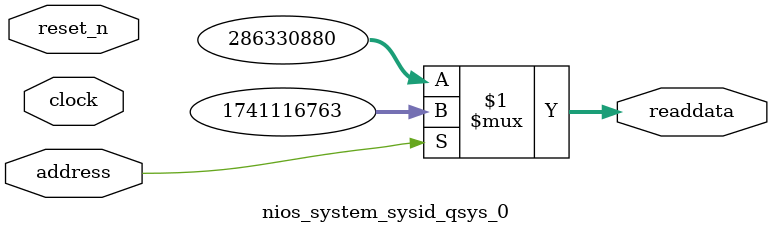
<source format=v>



// synthesis translate_off
`timescale 1ns / 1ps
// synthesis translate_on

// turn off superfluous verilog processor warnings 
// altera message_level Level1 
// altera message_off 10034 10035 10036 10037 10230 10240 10030 

module nios_system_sysid_qsys_0 (
               // inputs:
                address,
                clock,
                reset_n,

               // outputs:
                readdata
             )
;

  output  [ 31: 0] readdata;
  input            address;
  input            clock;
  input            reset_n;

  wire    [ 31: 0] readdata;
  //control_slave, which is an e_avalon_slave
  assign readdata = address ? 1741116763 : 286330880;

endmodule



</source>
